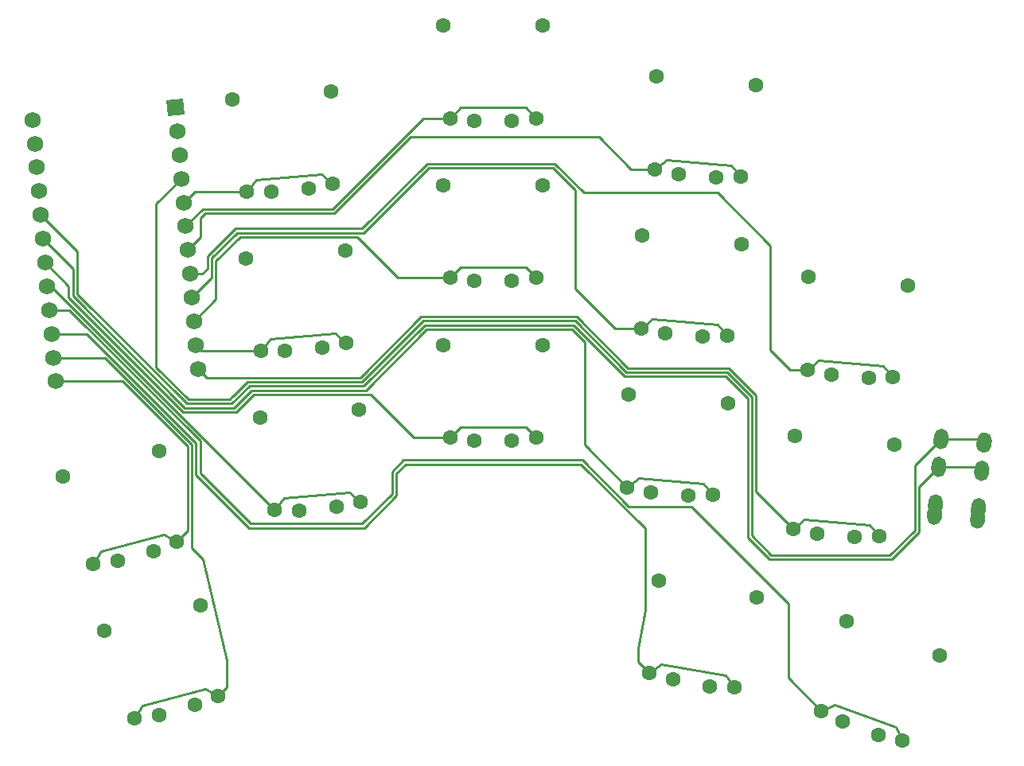
<source format=gbr>
%TF.GenerationSoftware,KiCad,Pcbnew,(5.1.9)-1*%
%TF.CreationDate,2021-06-29T13:01:43+02:00*%
%TF.ProjectId,todarodes_pacificus,746f6461-726f-4646-9573-5f7061636966,VERSION_HERE*%
%TF.SameCoordinates,Original*%
%TF.FileFunction,Copper,L2,Bot*%
%TF.FilePolarity,Positive*%
%FSLAX46Y46*%
G04 Gerber Fmt 4.6, Leading zero omitted, Abs format (unit mm)*
G04 Created by KiCad (PCBNEW (5.1.9)-1) date 2021-06-29 13:01:43*
%MOMM*%
%LPD*%
G01*
G04 APERTURE LIST*
%TA.AperFunction,ComponentPad*%
%ADD10C,1.600000*%
%TD*%
%TA.AperFunction,ComponentPad*%
%ADD11C,0.100000*%
%TD*%
%TA.AperFunction,ComponentPad*%
%ADD12C,1.752600*%
%TD*%
%TA.AperFunction,Conductor*%
%ADD13C,0.250000*%
%TD*%
G04 APERTURE END LIST*
D10*
%TO.P,S6,3*%
%TO.N,N/C*%
X54869207Y30490719D03*
%TO.P,S6,4*%
X44269207Y30490719D03*
%TO.P,S6,1*%
%TO.N,P4*%
X44989207Y20640719D03*
%TO.P,S6,2*%
%TO.N,GND*%
X51569207Y20340719D03*
%TO.P,S6,1*%
%TO.N,P4*%
X54149207Y20640719D03*
%TO.P,S6,2*%
%TO.N,GND*%
X47569207Y20340719D03*
%TD*%
%TO.P,S1,3*%
%TO.N,N/C*%
X18434938Y2827957D03*
%TO.P,S1,4*%
X8196125Y84475D03*
%TO.P,S1,1*%
%TO.N,P8*%
X11440959Y-9243545D03*
%TO.P,S1,2*%
%TO.N,GND*%
X17874396Y-7830293D03*
%TO.P,S1,1*%
%TO.N,P8*%
X20288839Y-6872762D03*
%TO.P,S1,2*%
%TO.N,GND*%
X14010693Y-8865570D03*
%TD*%
%TO.P,S2,3*%
%TO.N,N/C*%
X14035013Y19248695D03*
%TO.P,S2,4*%
X3796200Y16505213D03*
%TO.P,S2,1*%
%TO.N,P9*%
X7041034Y7177193D03*
%TO.P,S2,2*%
%TO.N,GND*%
X13474471Y8590445D03*
%TO.P,S2,1*%
%TO.N,P9*%
X15888914Y9547976D03*
%TO.P,S2,2*%
%TO.N,GND*%
X9610768Y7555168D03*
%TD*%
%TO.P,S3,3*%
%TO.N,N/C*%
X35315781Y23655973D03*
%TO.P,S3,4*%
X24756117Y22732122D03*
%TO.P,S3,1*%
%TO.N,P5*%
X26331862Y12982357D03*
%TO.P,S3,2*%
%TO.N,GND*%
X32912969Y13256983D03*
%TO.P,S3,1*%
%TO.N,P5*%
X35457005Y13780703D03*
%TO.P,S3,2*%
%TO.N,GND*%
X28928191Y12908360D03*
%TD*%
%TO.P,S4,3*%
%TO.N,N/C*%
X33834133Y40591282D03*
%TO.P,S4,4*%
X23274469Y39667431D03*
%TO.P,S4,1*%
%TO.N,P16*%
X24850214Y29917666D03*
%TO.P,S4,2*%
%TO.N,GND*%
X31431321Y30192292D03*
%TO.P,S4,1*%
%TO.N,P16*%
X33975357Y30716012D03*
%TO.P,S4,2*%
%TO.N,GND*%
X27446543Y29843669D03*
%TD*%
%TO.P,S5,3*%
%TO.N,N/C*%
X32352486Y57526592D03*
%TO.P,S5,4*%
X21792822Y56602741D03*
%TO.P,S5,1*%
%TO.N,P21*%
X23368567Y46852976D03*
%TO.P,S5,2*%
%TO.N,GND*%
X29949674Y47127602D03*
%TO.P,S5,1*%
%TO.N,P21*%
X32493710Y47651322D03*
%TO.P,S5,2*%
%TO.N,GND*%
X25964896Y46778979D03*
%TD*%
%TO.P,S7,3*%
%TO.N,N/C*%
X54869209Y47490720D03*
%TO.P,S7,4*%
X44269209Y47490720D03*
%TO.P,S7,1*%
%TO.N,P14*%
X44989209Y37640720D03*
%TO.P,S7,2*%
%TO.N,GND*%
X51569209Y37340720D03*
%TO.P,S7,1*%
%TO.N,P14*%
X54149209Y37640720D03*
%TO.P,S7,2*%
%TO.N,GND*%
X47569209Y37340720D03*
%TD*%
%TO.P,S8,3*%
%TO.N,N/C*%
X54869206Y64490719D03*
%TO.P,S8,4*%
X44269206Y64490719D03*
%TO.P,S8,1*%
%TO.N,P20*%
X44989206Y54640719D03*
%TO.P,S8,2*%
%TO.N,GND*%
X51569206Y54340719D03*
%TO.P,S8,1*%
%TO.N,P20*%
X54149206Y54640719D03*
%TO.P,S8,2*%
%TO.N,GND*%
X47569206Y54340719D03*
%TD*%
%TO.P,S9,3*%
%TO.N,N/C*%
X74544678Y24279360D03*
%TO.P,S9,4*%
X63985014Y25203211D03*
%TO.P,S9,1*%
%TO.N,P3*%
X63843790Y15327941D03*
%TO.P,S9,2*%
%TO.N,GND*%
X70372604Y14455598D03*
%TO.P,S9,1*%
%TO.N,P3*%
X72968933Y14529595D03*
%TO.P,S9,2*%
%TO.N,GND*%
X66387826Y14804221D03*
%TD*%
%TO.P,S10,3*%
%TO.N,N/C*%
X76026325Y41214671D03*
%TO.P,S10,4*%
X65466661Y42138522D03*
%TO.P,S10,1*%
%TO.N,P15*%
X65325437Y32263252D03*
%TO.P,S10,2*%
%TO.N,GND*%
X71854251Y31390909D03*
%TO.P,S10,1*%
%TO.N,P15*%
X74450580Y31464906D03*
%TO.P,S10,2*%
%TO.N,GND*%
X67869473Y31739532D03*
%TD*%
%TO.P,S11,3*%
%TO.N,N/C*%
X77507974Y58149980D03*
%TO.P,S11,4*%
X66948310Y59073831D03*
%TO.P,S11,1*%
%TO.N,P19*%
X66807086Y49198561D03*
%TO.P,S11,2*%
%TO.N,GND*%
X73335900Y48326218D03*
%TO.P,S11,1*%
%TO.N,P19*%
X75932229Y48400215D03*
%TO.P,S11,2*%
%TO.N,GND*%
X69351122Y48674841D03*
%TD*%
%TO.P,S12,3*%
%TO.N,N/C*%
X92229241Y19888007D03*
%TO.P,S12,4*%
X81669577Y20811858D03*
%TO.P,S12,1*%
%TO.N,P10*%
X81528353Y10936588D03*
%TO.P,S12,2*%
%TO.N,GND*%
X88057167Y10064245D03*
%TO.P,S12,1*%
%TO.N,P10*%
X90653496Y10138242D03*
%TO.P,S12,2*%
%TO.N,GND*%
X84072389Y10412868D03*
%TD*%
%TO.P,S13,3*%
%TO.N,N/C*%
X93710889Y36823316D03*
%TO.P,S13,4*%
X83151225Y37747167D03*
%TO.P,S13,1*%
%TO.N,P18*%
X83010001Y27871897D03*
%TO.P,S13,2*%
%TO.N,GND*%
X89538815Y26999554D03*
%TO.P,S13,1*%
%TO.N,P18*%
X92135144Y27073551D03*
%TO.P,S13,2*%
%TO.N,GND*%
X85554037Y27348177D03*
%TD*%
%TO.P,S14,3*%
%TO.N,N/C*%
X77649453Y3616800D03*
%TO.P,S14,4*%
X67210491Y5457471D03*
%TO.P,S14,1*%
%TO.N,P7*%
X66209118Y-4367912D03*
%TO.P,S14,2*%
%TO.N,GND*%
X72637058Y-5805959D03*
%TO.P,S14,1*%
%TO.N,P7*%
X75229957Y-5958529D03*
%TO.P,S14,2*%
%TO.N,GND*%
X68697827Y-5111367D03*
%TD*%
%TO.P,S15,3*%
%TO.N,N/C*%
X97130146Y-2559476D03*
%TO.P,S15,4*%
X87169404Y1065938D03*
%TO.P,S15,1*%
%TO.N,P6*%
X84477084Y-8436289D03*
%TO.P,S15,2*%
%TO.N,GND*%
X90557655Y-10968689D03*
%TO.P,S15,1*%
%TO.N,P6*%
X93084668Y-11569194D03*
%TO.P,S15,2*%
%TO.N,GND*%
X86798885Y-9600609D03*
%TD*%
%TA.AperFunction,ComponentPad*%
D11*
%TO.P,C1,1*%
%TO.N,RAW*%
G36*
X14811020Y56590490D02*
G01*
X16556951Y56743239D01*
X16709700Y54997308D01*
X14963769Y54844559D01*
X14811020Y56590490D01*
G37*
%TD.AperFunction*%
D12*
%TO.P,C1,2*%
%TO.N,GND*%
X15981735Y53263564D03*
%TO.P,C1,3*%
%TO.N,RST*%
X16203111Y50733230D03*
%TO.P,C1,4*%
%TO.N,VCC*%
X16424487Y48202895D03*
%TO.P,C1,5*%
%TO.N,P21*%
X16645862Y45672561D03*
%TO.P,C1,6*%
%TO.N,P20*%
X16867238Y43142226D03*
%TO.P,C1,7*%
%TO.N,P19*%
X17088613Y40611891D03*
%TO.P,C1,8*%
%TO.N,P18*%
X17309989Y38081557D03*
%TO.P,C1,9*%
%TO.N,P15*%
X17531365Y35551222D03*
%TO.P,C1,10*%
%TO.N,P14*%
X17752740Y33020888D03*
%TO.P,C1,11*%
%TO.N,P16*%
X17974116Y30490553D03*
%TO.P,C1,12*%
%TO.N,P10*%
X18195491Y27960219D03*
%TO.P,C1,13*%
%TO.N,P1*%
X578353Y54465645D03*
%TO.P,C1,14*%
%TO.N,P0*%
X799728Y51935311D03*
%TO.P,C1,15*%
%TO.N,GND*%
X1021104Y49404976D03*
%TO.P,C1,16*%
X1242479Y46874642D03*
%TO.P,C1,17*%
%TO.N,P2*%
X1463855Y44344307D03*
%TO.P,C1,18*%
%TO.N,P3*%
X1685231Y41813973D03*
%TO.P,C1,19*%
%TO.N,P4*%
X1906606Y39283638D03*
%TO.P,C1,20*%
%TO.N,P5*%
X2127982Y36753303D03*
%TO.P,C1,21*%
%TO.N,P6*%
X2349357Y34222969D03*
%TO.P,C1,22*%
%TO.N,P7*%
X2570733Y31692634D03*
%TO.P,C1,23*%
%TO.N,P8*%
X2792109Y29162300D03*
%TO.P,C1,24*%
%TO.N,P9*%
X3013484Y26631965D03*
%TD*%
%TO.P,REF\u002A\u002A,1*%
%TO.N,GND*%
%TA.AperFunction,ComponentPad*%
G36*
G01*
X100305351Y11803363D02*
X100357645Y12401079D01*
G75*
G02*
X101224326Y13128310I796956J-69725D01*
G01*
X101224326Y13128310D01*
G75*
G02*
X101951557Y12261629I-69725J-796956D01*
G01*
X101899263Y11663913D01*
G75*
G02*
X101032582Y10936682I-796956J69725D01*
G01*
X101032582Y10936682D01*
G75*
G02*
X100305351Y11803363I69725J796956D01*
G01*
G37*
%TD.AperFunction*%
%TO.P,REF\u002A\u002A,2*%
%TA.AperFunction,ComponentPad*%
G36*
G01*
X95818727Y13300093D02*
X95871021Y13897809D01*
G75*
G02*
X96737702Y14625040I796956J-69725D01*
G01*
X96737702Y14625040D01*
G75*
G02*
X97464933Y13758359I-69725J-796956D01*
G01*
X97412639Y13160643D01*
G75*
G02*
X96545958Y12433412I-796956J69725D01*
G01*
X96545958Y12433412D01*
G75*
G02*
X95818727Y13300093I69725J796956D01*
G01*
G37*
%TD.AperFunction*%
%TO.P,REF\u002A\u002A,3*%
%TO.N,P2*%
%TA.AperFunction,ComponentPad*%
G36*
G01*
X96167350Y17284872D02*
X96219644Y17882588D01*
G75*
G02*
X97086325Y18609819I796956J-69725D01*
G01*
X97086325Y18609819D01*
G75*
G02*
X97813556Y17743138I-69725J-796956D01*
G01*
X97761262Y17145422D01*
G75*
G02*
X96894581Y16418191I-796956J69725D01*
G01*
X96894581Y16418191D01*
G75*
G02*
X96167350Y17284872I69725J796956D01*
G01*
G37*
%TD.AperFunction*%
%TO.P,REF\u002A\u002A,4*%
%TO.N,VCC*%
%TA.AperFunction,ComponentPad*%
G36*
G01*
X96428817Y20273456D02*
X96481111Y20871172D01*
G75*
G02*
X97347792Y21598403I796956J-69725D01*
G01*
X97347792Y21598403D01*
G75*
G02*
X98075023Y20731722I-69725J-796956D01*
G01*
X98022729Y20134006D01*
G75*
G02*
X97156048Y19406775I-796956J69725D01*
G01*
X97156048Y19406775D01*
G75*
G02*
X96428817Y20273456I69725J796956D01*
G01*
G37*
%TD.AperFunction*%
%TO.P,REF\u002A\u002A,1*%
%TO.N,GND*%
%TA.AperFunction,ComponentPad*%
G36*
G01*
X95722855Y12204279D02*
X95775149Y12801995D01*
G75*
G02*
X96641830Y13529226I796956J-69725D01*
G01*
X96641830Y13529226D01*
G75*
G02*
X97369061Y12662545I-69725J-796956D01*
G01*
X97316767Y12064829D01*
G75*
G02*
X96450086Y11337598I-796956J69725D01*
G01*
X96450086Y11337598D01*
G75*
G02*
X95722855Y12204279I69725J796956D01*
G01*
G37*
%TD.AperFunction*%
%TO.P,REF\u002A\u002A,2*%
%TA.AperFunction,ComponentPad*%
G36*
G01*
X100401222Y12899177D02*
X100453516Y13496893D01*
G75*
G02*
X101320197Y14224124I796956J-69725D01*
G01*
X101320197Y14224124D01*
G75*
G02*
X102047428Y13357443I-69725J-796956D01*
G01*
X101995134Y12759727D01*
G75*
G02*
X101128453Y12032496I-796956J69725D01*
G01*
X101128453Y12032496D01*
G75*
G02*
X100401222Y12899177I69725J796956D01*
G01*
G37*
%TD.AperFunction*%
%TO.P,REF\u002A\u002A,3*%
%TO.N,P2*%
%TA.AperFunction,ComponentPad*%
G36*
G01*
X100749845Y16883956D02*
X100802139Y17481672D01*
G75*
G02*
X101668820Y18208903I796956J-69725D01*
G01*
X101668820Y18208903D01*
G75*
G02*
X102396051Y17342222I-69725J-796956D01*
G01*
X102343757Y16744506D01*
G75*
G02*
X101477076Y16017275I-796956J69725D01*
G01*
X101477076Y16017275D01*
G75*
G02*
X100749845Y16883956I69725J796956D01*
G01*
G37*
%TD.AperFunction*%
%TO.P,REF\u002A\u002A,4*%
%TO.N,VCC*%
%TA.AperFunction,ComponentPad*%
G36*
G01*
X101011313Y19872540D02*
X101063607Y20470256D01*
G75*
G02*
X101930288Y21197487I796956J-69725D01*
G01*
X101930288Y21197487D01*
G75*
G02*
X102657519Y20330806I-69725J-796956D01*
G01*
X102605225Y19733090D01*
G75*
G02*
X101738544Y19005859I-796956J69725D01*
G01*
X101738544Y19005859D01*
G75*
G02*
X101011313Y19872540I69725J796956D01*
G01*
G37*
%TD.AperFunction*%
%TD*%
D13*
%TO.N,P8*%
X18923260Y-6084345D02*
X20288839Y-6872762D01*
X12229376Y-7877966D02*
X18923260Y-6084345D01*
X11440958Y-9243545D02*
X12229376Y-7877966D01*
%TO.N,P9*%
X14523336Y10336393D02*
X15888914Y9547976D01*
X7829451Y8542772D02*
X14523336Y10336393D01*
X7041034Y7177193D02*
X7829451Y8542772D01*
X17050000Y10709062D02*
X15888914Y9547976D01*
X17050000Y19718579D02*
X17050000Y10709062D01*
X10136614Y26631965D02*
X17050000Y19718579D01*
X3013484Y26631965D02*
X10136614Y26631965D01*
%TO.N,P8*%
X8242689Y29162300D02*
X2792109Y29162300D01*
X17500010Y8867566D02*
X17500009Y19904980D01*
X18688788Y7678788D02*
X17500010Y8867566D01*
X17500009Y19904980D02*
X8242689Y29162300D01*
X21233387Y-3026613D02*
X18688788Y7678788D01*
X21233387Y-5928214D02*
X21233387Y-3026613D01*
X20288839Y-6872762D02*
X21233387Y-5928214D01*
%TO.N,P5*%
X34249080Y14794272D02*
X35457005Y13780703D01*
X27345431Y14190281D02*
X34249080Y14794272D01*
X26331862Y12982356D02*
X27345431Y14190281D01*
X2560916Y36753303D02*
X2127982Y36753303D01*
X26331862Y12982357D02*
X2560916Y36753303D01*
%TO.N,P16*%
X32767432Y31729582D02*
X33975357Y30716013D01*
X25863783Y31125591D02*
X32767432Y31729582D01*
X24850213Y29917666D02*
X25863783Y31125591D01*
X18547003Y29917666D02*
X17974116Y30490553D01*
X24850214Y29917666D02*
X18547003Y29917666D01*
%TO.N,P21*%
X31285785Y48664892D02*
X32493710Y47651323D01*
X24382136Y48060901D02*
X31285785Y48664892D01*
X23368567Y46852976D02*
X24382136Y48060901D01*
X17826277Y46852976D02*
X16645862Y45672561D01*
X23368567Y46852976D02*
X17826277Y46852976D01*
%TO.N,P4*%
X44989207Y20640719D02*
X41159281Y20640719D01*
X41159281Y20640719D02*
X36560000Y25240000D01*
X36560000Y25240000D02*
X24090000Y25240000D01*
X22210000Y23360000D02*
X16590629Y23360000D01*
X24090000Y25240000D02*
X22210000Y23360000D01*
X16590629Y23360000D02*
X4420000Y35530629D01*
X4420000Y36770244D02*
X1906606Y39283638D01*
X4420000Y35530629D02*
X4420000Y36770244D01*
X44989208Y20640720D02*
X46104199Y21755708D01*
X53034218Y21755709D02*
X54149209Y20640719D01*
X46104199Y21755708D02*
X53034218Y21755709D01*
%TO.N,P14*%
X46104199Y38755709D02*
X53034219Y38755709D01*
X53034219Y38755709D02*
X54149208Y37640719D01*
X44989208Y37640719D02*
X46104199Y38755709D01*
X20090020Y35358168D02*
X17752740Y33020888D01*
X22670000Y42000000D02*
X20090020Y39420020D01*
X20090020Y39420020D02*
X20090020Y35358168D01*
X35080000Y42000000D02*
X22670000Y42000000D01*
X39439280Y37640720D02*
X35080000Y42000000D01*
X44989209Y37640720D02*
X39439280Y37640720D01*
%TO.N,P20*%
X53034219Y55755710D02*
X54149208Y54640719D01*
X46104196Y55755709D02*
X53034219Y55755710D01*
X44989209Y54640719D02*
X46104196Y55755709D01*
X44989206Y54640719D02*
X42160719Y54640719D01*
X42160719Y54640719D02*
X32500000Y44980000D01*
X18705012Y44980000D02*
X16867238Y43142226D01*
X32500000Y44980000D02*
X18705012Y44980000D01*
%TO.N,P3*%
X71955365Y15737521D02*
X72968933Y14529596D01*
X65051715Y16341510D02*
X71955365Y15737521D01*
X63843792Y15327942D02*
X65051715Y16341510D01*
X63843790Y15327941D02*
X59310000Y19861731D01*
X59310000Y19861731D02*
X59310000Y30790000D01*
X59310000Y30790000D02*
X57940000Y32160000D01*
X42490000Y32160000D02*
X36020010Y25690010D01*
X57940000Y32160000D02*
X42490000Y32160000D01*
X23840010Y25690010D02*
X21960010Y23810010D01*
X36020010Y25690010D02*
X23840010Y25690010D01*
X21960010Y23810010D02*
X16777029Y23810010D01*
X4870010Y38629194D02*
X1685231Y41813973D01*
X4870010Y35717029D02*
X4870010Y38629194D01*
X16777029Y23810010D02*
X4870010Y35717029D01*
%TO.N,P15*%
X73437010Y32672831D02*
X74450580Y31464906D01*
X66533362Y33276821D02*
X73437010Y32672831D01*
X65325436Y32263253D02*
X66533362Y33276821D01*
X19640010Y37659867D02*
X17531365Y35551222D01*
X22314851Y42450009D02*
X19640010Y39775168D01*
X35840010Y42450010D02*
X22314851Y42450009D01*
X42740000Y49350000D02*
X35840010Y42450010D01*
X55950000Y49350000D02*
X42740000Y49350000D01*
X58300000Y47000000D02*
X55950000Y49350000D01*
X58300000Y36500000D02*
X58300000Y47000000D01*
X19640010Y39775168D02*
X19640010Y37659867D01*
X62536748Y32263252D02*
X58300000Y36500000D01*
X65325437Y32263252D02*
X62536748Y32263252D01*
%TO.N,P19*%
X74918660Y49608140D02*
X75932230Y48400214D01*
X68015011Y50212132D02*
X74918660Y49608140D01*
X66807085Y49198561D02*
X68015011Y50212132D01*
X18448361Y41971639D02*
X17088613Y40611891D01*
X18448361Y44028361D02*
X18448361Y41971639D01*
X18949990Y44529990D02*
X18448361Y44028361D01*
X32686400Y44529990D02*
X18949990Y44529990D01*
X40786410Y52630000D02*
X32686400Y44529990D01*
X60840000Y52630000D02*
X40786410Y52630000D01*
X64271439Y49198561D02*
X60840000Y52630000D01*
X66807086Y49198561D02*
X64271439Y49198561D01*
%TO.N,P10*%
X89639928Y11346166D02*
X90653497Y10138240D01*
X82736279Y11950157D02*
X89639928Y11346166D01*
X81528353Y10936588D02*
X82736279Y11950157D01*
X77550018Y14914923D02*
X81528353Y10936588D01*
X77550018Y25172800D02*
X77550018Y14914923D01*
X74662801Y28060019D02*
X77550018Y25172800D01*
X63949208Y28060020D02*
X74662801Y28060019D01*
X58499200Y33510028D02*
X63949208Y28060020D01*
X41930799Y33510027D02*
X58499200Y33510028D01*
X35460808Y27040038D02*
X41930799Y33510027D01*
X19115672Y27040038D02*
X35460808Y27040038D01*
X18195491Y27960219D02*
X19115672Y27040038D01*
%TO.N,P18*%
X91121575Y28281476D02*
X92135145Y27073551D01*
X84217927Y28885466D02*
X91121575Y28281476D01*
X83010001Y27871897D02*
X84217927Y28885466D01*
X81178103Y27871897D02*
X83010001Y27871897D01*
X79090000Y29960000D02*
X81178103Y27871897D01*
X79090000Y41080000D02*
X79090000Y29960000D01*
X59216410Y46720000D02*
X73450000Y46720000D01*
X56136400Y49800010D02*
X59216410Y46720000D01*
X42553599Y49800009D02*
X56136400Y49800010D01*
X73450000Y46720000D02*
X79090000Y41080000D01*
X35653608Y42900018D02*
X42553599Y49800009D01*
X22128450Y42900018D02*
X35653608Y42900018D01*
X19190000Y39961568D02*
X22128450Y42900018D01*
X19190000Y38620000D02*
X19190000Y39961568D01*
X18651557Y38081557D02*
X19190000Y38620000D01*
X17309989Y38081557D02*
X18651557Y38081557D01*
%TO.N,P7*%
X74325521Y-4666862D02*
X75229958Y-5958530D01*
X67500785Y-3463478D02*
X74325521Y-4666862D01*
X66209118Y-4367913D02*
X67500785Y-3463478D01*
X65034921Y-3193715D02*
X66209118Y-4367912D01*
X2570733Y31692634D02*
X6348765Y31692634D01*
X58911865Y17800000D02*
X65750000Y10961865D01*
X6348765Y31692634D02*
X17950019Y20091380D01*
X17950019Y20091380D02*
X17950019Y16663571D01*
X17950019Y16663571D02*
X23592962Y11020628D01*
X35843749Y11020629D02*
X39273365Y14450245D01*
X65750000Y10961865D02*
X65750000Y2271182D01*
X23592962Y11020628D02*
X35843749Y11020629D01*
X39273365Y14450245D02*
X39273365Y16814422D01*
X39273365Y16814422D02*
X40258943Y17800000D01*
X40258943Y17800000D02*
X58911865Y17800000D01*
X65750000Y2271182D02*
X65034921Y-1784239D01*
X65034921Y-1784239D02*
X65034921Y-3193715D01*
%TO.N,P6*%
X92418270Y-10140097D02*
X93084669Y-11569194D01*
X85906182Y-7769890D02*
X92418270Y-10140097D01*
X84477085Y-8436289D02*
X85906182Y-7769890D01*
X80970000Y-4929205D02*
X84477084Y-8436289D01*
X4454840Y34222969D02*
X18400027Y20277782D01*
X18400027Y20277782D02*
X18400028Y16849972D01*
X2349357Y34222969D02*
X4454840Y34222969D01*
X18400028Y16849972D02*
X23779362Y11470638D01*
X23779362Y11470638D02*
X35657348Y11470638D01*
X38823355Y14636645D02*
X38823355Y17000822D01*
X38823355Y17000822D02*
X40072542Y18250009D01*
X64017678Y13330597D02*
X70639403Y13330597D01*
X40072542Y18250009D02*
X59098265Y18250010D01*
X59098265Y18250010D02*
X64017678Y13330597D01*
X70639403Y13330597D02*
X80970000Y3000000D01*
X35657348Y11470638D02*
X38823355Y14636645D01*
X80970000Y3000000D02*
X80970000Y-4929205D01*
%TO.N,VCC*%
X97251920Y20502589D02*
X94439990Y17690659D01*
X94439990Y17690659D02*
X94439990Y10776400D01*
X94439990Y10776400D02*
X91803600Y8140010D01*
X91803600Y8140010D02*
X79176400Y8140010D01*
X79176400Y8140010D02*
X77100010Y10216400D01*
X77100010Y10216400D02*
X77100009Y24986401D01*
X77100009Y24986401D02*
X74476400Y27610010D01*
X63762810Y27610010D02*
X58312799Y33060019D01*
X74476400Y27610010D02*
X63762810Y27610010D01*
X42117198Y33060018D02*
X35647208Y26590028D01*
X58312799Y33060019D02*
X42117198Y33060018D01*
X35647208Y26590028D02*
X23467208Y26590028D01*
X21870000Y25020000D02*
X21560030Y24710030D01*
X21897180Y25020000D02*
X21870000Y25020000D01*
X23467208Y26590028D02*
X21897180Y25020000D01*
X21560030Y24710030D02*
X17149829Y24710030D01*
X17149829Y24710030D02*
X13740000Y28119859D01*
X13740000Y45518408D02*
X16424487Y48202895D01*
X13740000Y28119859D02*
X13740000Y45518408D01*
X101433500Y20502589D02*
X101834416Y20101673D01*
X97251920Y20502589D02*
X101433500Y20502589D01*
%TO.N,P2*%
X5320020Y40488142D02*
X1463855Y44344307D01*
X16963429Y24260020D02*
X5320020Y35903429D01*
X21773610Y24260020D02*
X16963429Y24260020D01*
X23653609Y26140019D02*
X21773610Y24260020D01*
X5320020Y35903429D02*
X5320020Y40488142D01*
X63576410Y27160000D02*
X58126400Y32610010D01*
X76650000Y24800000D02*
X74290000Y27160000D01*
X91990000Y7690000D02*
X78990000Y7690000D01*
X58126400Y32610010D02*
X42303599Y32610009D01*
X76650000Y10030000D02*
X76650000Y24800000D01*
X42303599Y32610009D02*
X35833610Y26140020D01*
X78990000Y7690000D02*
X76650000Y10030000D01*
X35833610Y26140020D02*
X23653609Y26140019D01*
X74290000Y27160000D02*
X63576410Y27160000D01*
X96990453Y17514005D02*
X94890000Y15413552D01*
X94890000Y10590000D02*
X91990000Y7690000D01*
X94890000Y15413552D02*
X94890000Y10590000D01*
X101172032Y17514005D02*
X101572948Y17113089D01*
X96990453Y17514005D02*
X101172032Y17514005D01*
%TD*%
M02*

</source>
